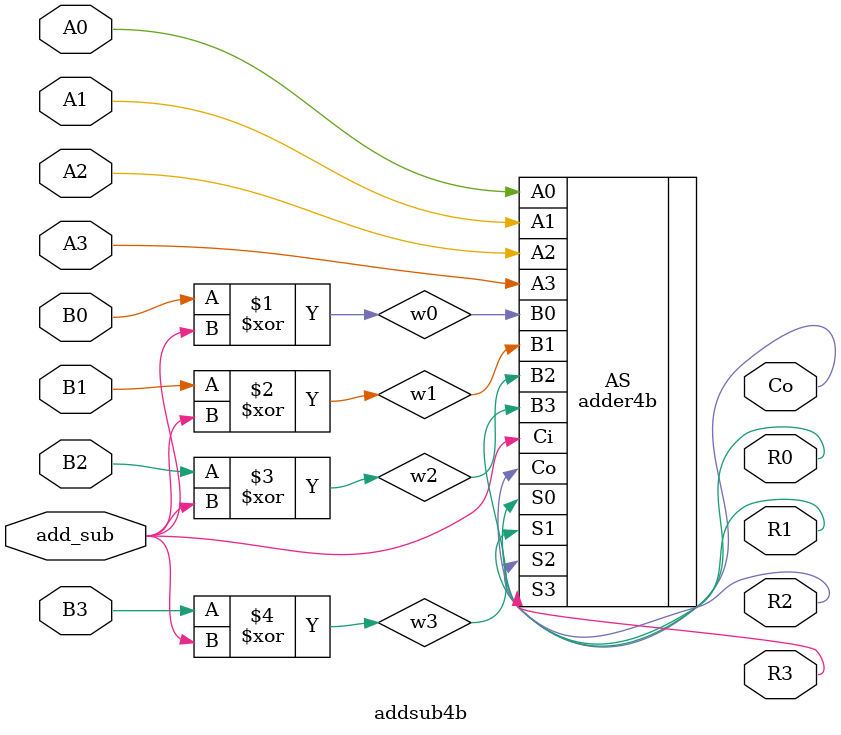
<source format=v>
`timescale 1ns / 1ps

module addsub4b(add_sub, A3, A2, A1, A0, B3, B2, B1, B0, Co, R3, R2, R1, R0);
  input add_sub;  // Se add_sub=0 faz A+B; se add_sub=1 faz A-B
  input A3, A2, A1, A0;  // Operando A
  input B3, B2, B1, B0;  // Operando B 
  output Co;
  output R3, R2, R1, R0; // Resultado R
	wire w0,w1,w2,w3;
  // Acrescente a seguir a implementação
	xor #9 x0(w0, B0, add_sub), 
			x1(w1,B1,add_sub), 
			x2(w2,B2,add_sub), 
			x3(w3,B3,add_sub);
			
	adder4b AS(.Ci(add_sub), .Co(Co), .A0(A0), .A1(A1), .A2(A2), .A3(A3), .B0(w0), .B1(w1), .B2(w2), .B3(w3), .S0(R0), .S1(R1), .S2(R2), .S3(R3));
  
endmodule

</source>
